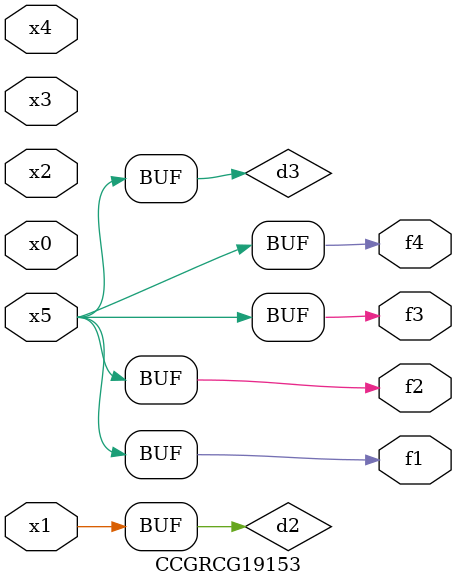
<source format=v>
module CCGRCG19153(
	input x0, x1, x2, x3, x4, x5,
	output f1, f2, f3, f4
);

	wire d1, d2, d3;

	not (d1, x5);
	or (d2, x1);
	xnor (d3, d1);
	assign f1 = d3;
	assign f2 = d3;
	assign f3 = d3;
	assign f4 = d3;
endmodule

</source>
